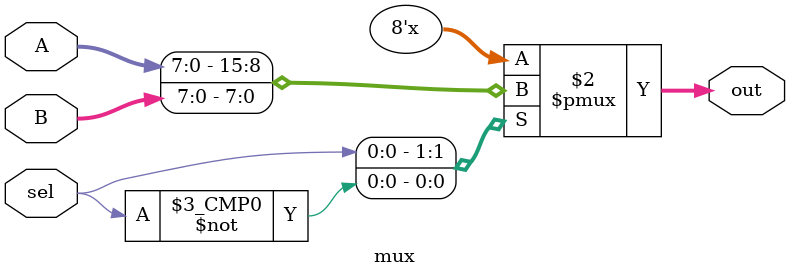
<source format=v>
`timescale 1ns / 1ps

module mux #(parameter WIDTH = 8) (
        input [WIDTH-1:0] A,
        input [WIDTH-1:0] B,
        input sel,
        output reg [WIDTH-1:0] out
         );
always @(*)
begin
    case(sel)
        1: out = A;
        0: out = B;

    endcase
end
endmodule


</source>
